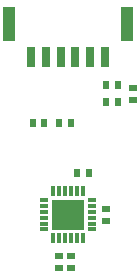
<source format=gbr>
%TF.GenerationSoftware,Altium Limited,Altium Designer,21.6.4 (81)*%
G04 Layer_Color=8421504*
%FSLAX45Y45*%
%MOMM*%
%TF.SameCoordinates,35F77A6B-66F6-43E6-81AF-3D6A737DF117*%
%TF.FilePolarity,Positive*%
%TF.FileFunction,Paste,Top*%
%TF.Part,Single*%
G01*
G75*
%TA.AperFunction,ConnectorPad*%
%ADD10R,0.65000X1.70000*%
%ADD11R,1.00000X2.90000*%
%TA.AperFunction,SMDPad,CuDef*%
%ADD12R,0.60000X0.70000*%
%ADD13R,0.70000X0.60000*%
%ADD14R,2.70000X2.60000*%
%ADD15R,0.80000X0.35000*%
%ADD16R,0.35000X0.85000*%
D10*
X312500Y1010000D02*
D03*
X187500D02*
D03*
X-62500D02*
D03*
X-187500D02*
D03*
X62500D02*
D03*
X-312500D02*
D03*
D11*
X497500Y1290000D02*
D03*
X-497500D02*
D03*
D12*
X325000Y625000D02*
D03*
X425000D02*
D03*
X-200000Y450000D02*
D03*
X-300000D02*
D03*
X-75000D02*
D03*
X25000D02*
D03*
X325000Y775000D02*
D03*
X425000D02*
D03*
X75000Y25000D02*
D03*
X175000D02*
D03*
D13*
X550000Y650000D02*
D03*
Y750000D02*
D03*
X325000Y-375000D02*
D03*
Y-275000D02*
D03*
X25000Y-675000D02*
D03*
Y-775000D02*
D03*
X-75000Y-675000D02*
D03*
Y-775000D02*
D03*
D14*
X0Y-325000D02*
D03*
D15*
X200000Y-450000D02*
D03*
Y-400000D02*
D03*
Y-350000D02*
D03*
Y-300000D02*
D03*
Y-250000D02*
D03*
Y-200000D02*
D03*
X-200000Y-450000D02*
D03*
Y-400000D02*
D03*
Y-350000D02*
D03*
Y-300000D02*
D03*
Y-250000D02*
D03*
Y-200000D02*
D03*
D16*
X125000Y-127500D02*
D03*
X75000D02*
D03*
X25000D02*
D03*
X-25000D02*
D03*
X-75000D02*
D03*
X-125000D02*
D03*
X125000Y-522500D02*
D03*
X75000D02*
D03*
X25000D02*
D03*
X-25000D02*
D03*
X-75000D02*
D03*
X-125000D02*
D03*
%TF.MD5,6587306503b008d2864e29c329b6a77d*%
M02*

</source>
